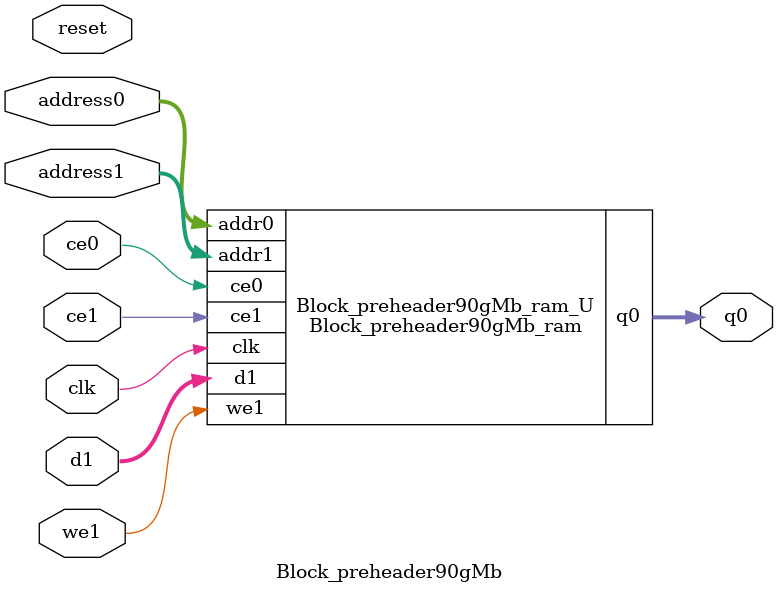
<source format=v>
`timescale 1 ns / 1 ps
module Block_preheader90gMb_ram (addr0, ce0, q0, addr1, ce1, d1, we1,  clk);

parameter DWIDTH = 4;
parameter AWIDTH = 5;
parameter MEM_SIZE = 22;

input[AWIDTH-1:0] addr0;
input ce0;
output reg[DWIDTH-1:0] q0;
input[AWIDTH-1:0] addr1;
input ce1;
input[DWIDTH-1:0] d1;
input we1;
input clk;

(* ram_style = "distributed" *)reg [DWIDTH-1:0] ram[0:MEM_SIZE-1];




always @(posedge clk)  
begin 
    if (ce0) begin
        q0 <= ram[addr0];
    end
end


always @(posedge clk)  
begin 
    if (ce1) begin
        if (we1) 
            ram[addr1] <= d1; 
    end
end


endmodule

`timescale 1 ns / 1 ps
module Block_preheader90gMb(
    reset,
    clk,
    address0,
    ce0,
    q0,
    address1,
    ce1,
    we1,
    d1);

parameter DataWidth = 32'd4;
parameter AddressRange = 32'd22;
parameter AddressWidth = 32'd5;
input reset;
input clk;
input[AddressWidth - 1:0] address0;
input ce0;
output[DataWidth - 1:0] q0;
input[AddressWidth - 1:0] address1;
input ce1;
input we1;
input[DataWidth - 1:0] d1;



Block_preheader90gMb_ram Block_preheader90gMb_ram_U(
    .clk( clk ),
    .addr0( address0 ),
    .ce0( ce0 ),
    .q0( q0 ),
    .addr1( address1 ),
    .ce1( ce1 ),
    .we1( we1 ),
    .d1( d1 ));

endmodule


</source>
